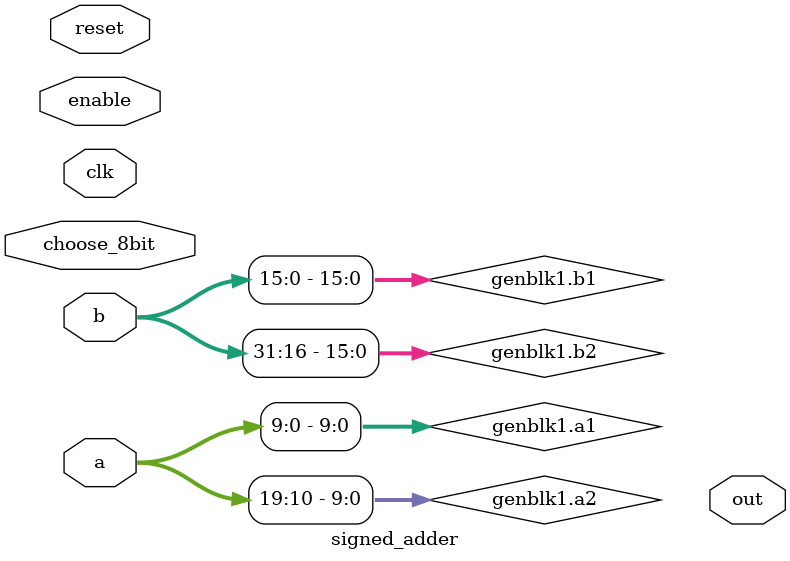
<source format=v>

`timescale 1ns/1ps
module signed_adder #(
    parameter integer  DTYPE                        = "FXP",
    parameter          REGISTER_OUTPUT              = "FALSE",
    parameter integer  IN1_WIDTH                    = 20,
    parameter integer  IN2_WIDTH                    = 32,
    parameter integer  OUT_WIDTH                    = 32
) (
    input  wire                                         clk,
    input  wire                                         reset,
    input  wire                                         enable,
    input  wire                                         choose_8bit,
    input  wire  [ IN1_WIDTH            -1 : 0 ]        a,
    input  wire  [ IN2_WIDTH            -1 : 0 ]        b,
    output wire  [ OUT_WIDTH            -1 : 0 ]        out
  );

  generate
    if (DTYPE == "FXP") begin
      reg signed [ OUT_WIDTH-1:0] alu_out;
      reg signed [ OUT_WIDTH/2-1:0] alu_out1;
      reg signed [ OUT_WIDTH/2-1:0] alu_out2;
      wire signed [IN1_WIDTH/2-1 : 0] a1;
      wire signed [IN1_WIDTH/2-1 : 0] a2;
      wire signed [IN2_WIDTH/2-1 : 0] b1;
      wire signed [IN2_WIDTH/2-1 : 0] b2;

      assign a1 = a[IN1_WIDTH/2-1 : 0];
      assign a2 = a[IN1_WIDTH-1:IN1_WIDTH/2];
      assign b1 = b[IN2_WIDTH/2-1 : 0];
      assign b2 = b[IN2_WIDTH-1:IN2_WIDTH/2];

      if (REGISTER_OUTPUT == "TRUE") begin
        always @(posedge clk)
        begin
          if (enable)
            alu_out1 <= a1 + b1;
            alu_out2 <= a2 + b2;              
            alu_out <= a + b;
        end
        assign out = choose_8bit ? {alu_out2,alu_out1} : alu_out;
      end 
        
    end

  endgenerate

endmodule

</source>
